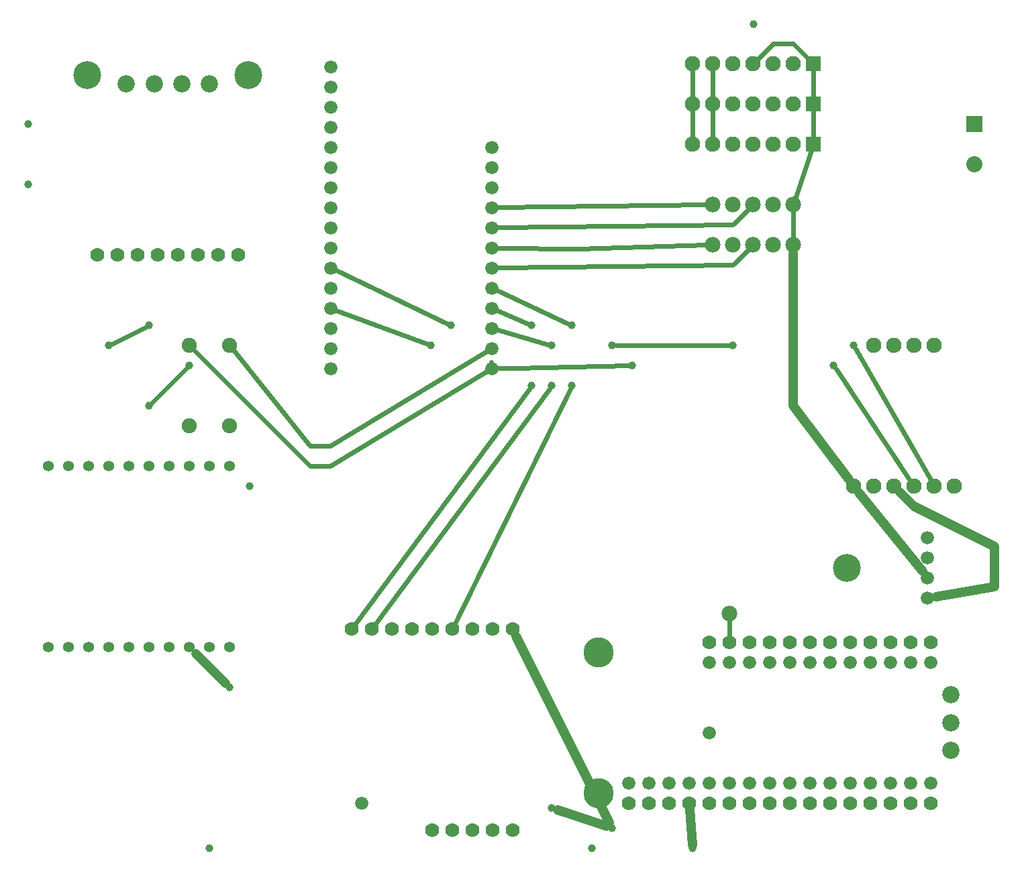
<source format=gtl>
G04 MADE WITH FRITZING*
G04 WWW.FRITZING.ORG*
G04 DOUBLE SIDED*
G04 HOLES PLATED*
G04 CONTOUR ON CENTER OF CONTOUR VECTOR*
%ASAXBY*%
%FSLAX23Y23*%
%MOIN*%
%OFA0B0*%
%SFA1.0B1.0*%
%ADD10C,0.066000*%
%ADD11C,0.070000*%
%ADD12C,0.076000*%
%ADD13C,0.150000*%
%ADD14C,0.086000*%
%ADD15C,0.138425*%
%ADD16C,0.078000*%
%ADD17C,0.080000*%
%ADD18C,0.053528*%
%ADD19C,0.075000*%
%ADD20C,0.039370*%
%ADD21R,0.076000X0.076000*%
%ADD22R,0.080000X0.080000*%
%ADD23C,0.048000*%
%ADD24C,0.024000*%
%LNCOPPER1*%
G90*
G70*
G54D10*
X1602Y2518D03*
X1602Y2618D03*
X1602Y2718D03*
X1602Y2818D03*
X1602Y2918D03*
X1602Y3018D03*
X1602Y3118D03*
X1602Y3218D03*
X1602Y3318D03*
X1602Y3418D03*
X1602Y3518D03*
X1602Y3618D03*
X1602Y3718D03*
X1602Y3818D03*
X1602Y3918D03*
X1602Y4018D03*
X2402Y3618D03*
X2402Y3518D03*
X2402Y3418D03*
X2402Y3318D03*
X2402Y3218D03*
X2402Y3118D03*
X2402Y3018D03*
X2402Y2918D03*
X2402Y2818D03*
X2402Y2718D03*
X2402Y2618D03*
X2402Y2518D03*
G54D11*
X2505Y222D03*
X2405Y222D03*
X2305Y222D03*
X2205Y222D03*
X2105Y222D03*
G54D10*
X1755Y357D03*
G54D11*
X2505Y1222D03*
X2405Y1222D03*
X2305Y1222D03*
X2205Y1222D03*
X2105Y1222D03*
X2005Y1222D03*
X1905Y1222D03*
X1805Y1222D03*
X1705Y1222D03*
G54D12*
X4000Y3833D03*
X3900Y3833D03*
X3800Y3833D03*
X3700Y3833D03*
X3600Y3833D03*
X3500Y3833D03*
X3400Y3833D03*
X4000Y4033D03*
X3900Y4033D03*
X3800Y4033D03*
X3700Y4033D03*
X3600Y4033D03*
X3500Y4033D03*
X3400Y4033D03*
X4000Y3633D03*
X3900Y3633D03*
X3800Y3633D03*
X3700Y3633D03*
X3600Y3633D03*
X3500Y3633D03*
X3400Y3633D03*
X4200Y1933D03*
X4300Y1933D03*
X4400Y1933D03*
X4500Y1933D03*
X4600Y1933D03*
X4700Y1933D03*
X4300Y2633D03*
X4400Y2633D03*
X4500Y2633D03*
X4600Y2633D03*
G54D11*
X4283Y356D03*
G54D13*
X2933Y1106D03*
G54D11*
X4183Y1156D03*
G54D14*
X4683Y758D03*
G54D11*
X4583Y1156D03*
X3783Y1156D03*
G54D10*
X4583Y456D03*
X4483Y456D03*
X4383Y456D03*
X4283Y456D03*
G54D11*
X4083Y356D03*
G54D10*
X4183Y456D03*
G54D11*
X4483Y356D03*
G54D10*
X4083Y456D03*
G54D11*
X4383Y1156D03*
G54D10*
X3983Y456D03*
G54D11*
X3983Y1156D03*
G54D10*
X3883Y456D03*
G54D11*
X3583Y1156D03*
G54D10*
X3783Y456D03*
X3683Y456D03*
X3583Y456D03*
X3483Y456D03*
X3383Y456D03*
X3283Y456D03*
X3183Y456D03*
G54D11*
X3983Y356D03*
G54D10*
X3083Y456D03*
G54D11*
X4183Y356D03*
G54D10*
X3483Y706D03*
G54D11*
X4383Y356D03*
G54D10*
X3483Y1056D03*
G54D11*
X4583Y356D03*
G54D10*
X3583Y1056D03*
G54D11*
X4483Y1156D03*
G54D10*
X3683Y1056D03*
G54D11*
X4283Y1156D03*
G54D10*
X3783Y1056D03*
G54D11*
X4083Y1156D03*
G54D10*
X3883Y1056D03*
G54D11*
X3883Y1156D03*
G54D10*
X3983Y1056D03*
G54D11*
X3683Y1156D03*
G54D10*
X4083Y1056D03*
G54D11*
X3483Y1156D03*
G54D10*
X4183Y1056D03*
G54D13*
X2933Y406D03*
G54D10*
X4283Y1056D03*
X4383Y1056D03*
X4483Y1056D03*
X4583Y1056D03*
G54D11*
X3083Y356D03*
X3183Y356D03*
X3283Y356D03*
X3383Y356D03*
X3483Y356D03*
X3583Y356D03*
X3683Y356D03*
G54D14*
X4683Y896D03*
G54D11*
X3783Y356D03*
G54D14*
X4683Y620D03*
G54D11*
X3883Y356D03*
G54D15*
X4167Y1527D03*
G54D10*
X4567Y1677D03*
X4567Y1577D03*
X4567Y1477D03*
X4567Y1377D03*
G54D16*
X3500Y3333D03*
X3600Y3333D03*
X3700Y3333D03*
X3800Y3333D03*
X3900Y3333D03*
G54D17*
X4800Y3733D03*
X4800Y3533D03*
G54D18*
X200Y1133D03*
X300Y1133D03*
X400Y1133D03*
X500Y1133D03*
X600Y1133D03*
X700Y1133D03*
X800Y1133D03*
X900Y1133D03*
X1000Y1133D03*
X1100Y1133D03*
X200Y2033D03*
X300Y2033D03*
X400Y2033D03*
X500Y2033D03*
X600Y2033D03*
X700Y2033D03*
X800Y2033D03*
X900Y2033D03*
X1000Y2033D03*
X1100Y2033D03*
G54D16*
X3583Y1301D03*
X3500Y3133D03*
X3600Y3133D03*
X3700Y3133D03*
X3800Y3133D03*
X3900Y3133D03*
G54D14*
X587Y3933D03*
G54D15*
X393Y3978D03*
G54D14*
X862Y3933D03*
G54D11*
X443Y3083D03*
X543Y3083D03*
G54D15*
X1193Y3978D03*
G54D11*
X643Y3083D03*
X743Y3083D03*
X843Y3083D03*
X943Y3083D03*
X1043Y3083D03*
X1143Y3083D03*
G54D14*
X1000Y3933D03*
X725Y3933D03*
G54D19*
X900Y2633D03*
X900Y2233D03*
X1100Y2633D03*
X1100Y2233D03*
G54D20*
X1100Y933D03*
X2700Y333D03*
X3000Y233D03*
X500Y2633D03*
X700Y2733D03*
X900Y2533D03*
X700Y2333D03*
X4200Y2633D03*
X2100Y2633D03*
X2200Y2733D03*
X2700Y2433D03*
X2700Y2633D03*
X2600Y2733D03*
X2600Y2433D03*
X2800Y2733D03*
X2800Y2433D03*
X3000Y2633D03*
X3100Y2533D03*
X4100Y2533D03*
X3600Y2633D03*
X2900Y133D03*
X1000Y133D03*
X100Y3433D03*
X100Y3733D03*
X3704Y4229D03*
X1200Y1933D03*
X3000Y233D03*
X3400Y133D03*
G54D21*
X4000Y3833D03*
X4000Y4033D03*
X4000Y3633D03*
G54D22*
X4800Y3733D03*
G54D23*
X2729Y323D02*
X2971Y242D01*
D02*
X2987Y259D02*
X2523Y1185D01*
D02*
X932Y1100D02*
X1079Y954D01*
G54D24*
D02*
X683Y2724D02*
X517Y2641D01*
D02*
X887Y2519D02*
X713Y2346D01*
D02*
X3800Y4133D02*
X3900Y4133D01*
D02*
X3900Y4133D02*
X3978Y4054D01*
D02*
X3722Y4054D02*
X3800Y4133D01*
D02*
X3500Y3863D02*
X3500Y4002D01*
D02*
X3500Y3633D02*
X3500Y3802D01*
D02*
X3400Y3863D02*
X3400Y4002D01*
D02*
X3400Y3633D02*
X3400Y3802D01*
D02*
X1500Y2033D02*
X1600Y2033D01*
D02*
X900Y2633D02*
X1500Y2033D01*
D02*
X1600Y2033D02*
X2375Y2502D01*
D02*
X1500Y2133D02*
X1118Y2610D01*
D02*
X1600Y2133D02*
X1500Y2133D01*
D02*
X2375Y2602D02*
X1600Y2133D01*
D02*
X1630Y2808D02*
X2082Y2639D01*
D02*
X1629Y3005D02*
X2183Y2741D01*
D02*
X2402Y2718D02*
X2399Y2723D01*
D02*
X2689Y2417D02*
X1823Y1247D01*
D02*
X2583Y2740D02*
X2430Y2806D01*
D02*
X1723Y1247D02*
X2589Y2417D01*
D02*
X2682Y2638D02*
X2431Y2710D01*
D02*
X2792Y2416D02*
X2218Y1250D01*
D02*
X2429Y2905D02*
X2783Y2741D01*
D02*
X3581Y2633D02*
X3019Y2633D01*
G54D23*
D02*
X3900Y2333D02*
X4175Y1966D01*
D02*
X3900Y3091D02*
X3900Y2333D01*
G54D24*
D02*
X3900Y3302D02*
X3900Y3163D01*
D02*
X3990Y3603D02*
X3910Y3361D01*
D02*
X4000Y3802D02*
X4000Y3663D01*
D02*
X4000Y3863D02*
X4000Y4002D01*
G54D23*
D02*
X4500Y1833D02*
X4430Y1903D01*
D02*
X4900Y1433D02*
X4900Y1633D01*
D02*
X4900Y1633D02*
X4500Y1833D01*
D02*
X4608Y1384D02*
X4900Y1433D01*
G54D24*
D02*
X3583Y1271D02*
X3583Y1187D01*
D02*
X3600Y3033D02*
X3679Y3111D01*
D02*
X2432Y3019D02*
X3600Y3033D01*
D02*
X2432Y3319D02*
X3470Y3332D01*
D02*
X3600Y3233D02*
X2432Y3219D01*
D02*
X3679Y3311D02*
X3600Y3233D01*
D02*
X4111Y2517D02*
X4483Y1958D01*
D02*
X2400Y2533D02*
X2398Y2549D01*
G54D23*
D02*
X4226Y1900D02*
X4541Y1509D01*
G54D24*
D02*
X4585Y1959D02*
X4209Y2616D01*
G54D23*
D02*
X3399Y151D02*
X3385Y325D01*
G54D24*
D02*
X2836Y3113D02*
X3470Y3132D01*
D02*
X2432Y3118D02*
X2836Y3113D01*
D02*
X2520Y2521D02*
X2432Y2519D01*
D02*
X3081Y2532D02*
X2520Y2521D01*
G04 End of Copper1*
M02*
</source>
